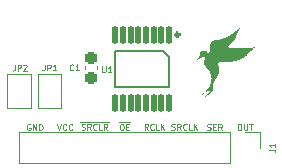
<source format=gto>
G04 #@! TF.GenerationSoftware,KiCad,Pcbnew,(6.0.0)*
G04 #@! TF.CreationDate,2023-12-03T01:04:49-08:00*
G04 #@! TF.ProjectId,8BitSerialDACBoard,38426974-5365-4726-9961-6c444143426f,rev?*
G04 #@! TF.SameCoordinates,Original*
G04 #@! TF.FileFunction,Legend,Top*
G04 #@! TF.FilePolarity,Positive*
%FSLAX46Y46*%
G04 Gerber Fmt 4.6, Leading zero omitted, Abs format (unit mm)*
G04 Created by KiCad (PCBNEW (6.0.0)) date 2023-12-03 01:04:49*
%MOMM*%
%LPD*%
G01*
G04 APERTURE LIST*
G04 Aperture macros list*
%AMRoundRect*
0 Rectangle with rounded corners*
0 $1 Rounding radius*
0 $2 $3 $4 $5 $6 $7 $8 $9 X,Y pos of 4 corners*
0 Add a 4 corners polygon primitive as box body*
4,1,4,$2,$3,$4,$5,$6,$7,$8,$9,$2,$3,0*
0 Add four circle primitives for the rounded corners*
1,1,$1+$1,$2,$3*
1,1,$1+$1,$4,$5*
1,1,$1+$1,$6,$7*
1,1,$1+$1,$8,$9*
0 Add four rect primitives between the rounded corners*
20,1,$1+$1,$2,$3,$4,$5,0*
20,1,$1+$1,$4,$5,$6,$7,0*
20,1,$1+$1,$6,$7,$8,$9,0*
20,1,$1+$1,$8,$9,$2,$3,0*%
%AMFreePoly0*
4,1,6,0.500000,-0.750000,-0.650000,-0.750000,-0.150000,0.000000,-0.650000,0.750000,0.500000,0.750000,0.500000,-0.750000,0.500000,-0.750000,$1*%
%AMFreePoly1*
4,1,6,1.000000,0.000000,0.500000,-0.750000,-0.500000,-0.750000,-0.500000,0.750000,0.500000,0.750000,1.000000,0.000000,1.000000,0.000000,$1*%
G04 Aperture macros list end*
%ADD10C,0.125000*%
%ADD11C,0.100000*%
%ADD12C,0.150000*%
%ADD13C,0.298607*%
%ADD14C,0.120000*%
%ADD15RoundRect,0.112500X-0.112500X0.637500X-0.112500X-0.637500X0.112500X-0.637500X0.112500X0.637500X0*%
%ADD16FreePoly0,90.000000*%
%ADD17FreePoly1,90.000000*%
%ADD18R,1.700000X1.700000*%
%ADD19O,1.700000X1.700000*%
%ADD20RoundRect,0.237500X0.237500X-0.300000X0.237500X0.300000X-0.237500X0.300000X-0.237500X-0.300000X0*%
G04 APERTURE END LIST*
D10*
X148890000Y-99296190D02*
X148985238Y-99296190D01*
X149032857Y-99320000D01*
X149080476Y-99367619D01*
X149104285Y-99462857D01*
X149104285Y-99629523D01*
X149080476Y-99724761D01*
X149032857Y-99772380D01*
X148985238Y-99796190D01*
X148890000Y-99796190D01*
X148842380Y-99772380D01*
X148794761Y-99724761D01*
X148770952Y-99629523D01*
X148770952Y-99462857D01*
X148794761Y-99367619D01*
X148842380Y-99320000D01*
X148890000Y-99296190D01*
X149318571Y-99296190D02*
X149318571Y-99700952D01*
X149342380Y-99748571D01*
X149366190Y-99772380D01*
X149413809Y-99796190D01*
X149509047Y-99796190D01*
X149556666Y-99772380D01*
X149580476Y-99748571D01*
X149604285Y-99700952D01*
X149604285Y-99296190D01*
X149770952Y-99296190D02*
X150056666Y-99296190D01*
X149913809Y-99796190D02*
X149913809Y-99296190D01*
X146200952Y-99782380D02*
X146272380Y-99806190D01*
X146391428Y-99806190D01*
X146439047Y-99782380D01*
X146462857Y-99758571D01*
X146486666Y-99710952D01*
X146486666Y-99663333D01*
X146462857Y-99615714D01*
X146439047Y-99591904D01*
X146391428Y-99568095D01*
X146296190Y-99544285D01*
X146248571Y-99520476D01*
X146224761Y-99496666D01*
X146200952Y-99449047D01*
X146200952Y-99401428D01*
X146224761Y-99353809D01*
X146248571Y-99330000D01*
X146296190Y-99306190D01*
X146415238Y-99306190D01*
X146486666Y-99330000D01*
X146700952Y-99544285D02*
X146867619Y-99544285D01*
X146939047Y-99806190D02*
X146700952Y-99806190D01*
X146700952Y-99306190D01*
X146939047Y-99306190D01*
X147439047Y-99806190D02*
X147272380Y-99568095D01*
X147153333Y-99806190D02*
X147153333Y-99306190D01*
X147343809Y-99306190D01*
X147391428Y-99330000D01*
X147415238Y-99353809D01*
X147439047Y-99401428D01*
X147439047Y-99472857D01*
X147415238Y-99520476D01*
X147391428Y-99544285D01*
X147343809Y-99568095D01*
X147153333Y-99568095D01*
X143174761Y-99772380D02*
X143246190Y-99796190D01*
X143365238Y-99796190D01*
X143412857Y-99772380D01*
X143436666Y-99748571D01*
X143460476Y-99700952D01*
X143460476Y-99653333D01*
X143436666Y-99605714D01*
X143412857Y-99581904D01*
X143365238Y-99558095D01*
X143270000Y-99534285D01*
X143222380Y-99510476D01*
X143198571Y-99486666D01*
X143174761Y-99439047D01*
X143174761Y-99391428D01*
X143198571Y-99343809D01*
X143222380Y-99320000D01*
X143270000Y-99296190D01*
X143389047Y-99296190D01*
X143460476Y-99320000D01*
X143960476Y-99796190D02*
X143793809Y-99558095D01*
X143674761Y-99796190D02*
X143674761Y-99296190D01*
X143865238Y-99296190D01*
X143912857Y-99320000D01*
X143936666Y-99343809D01*
X143960476Y-99391428D01*
X143960476Y-99462857D01*
X143936666Y-99510476D01*
X143912857Y-99534285D01*
X143865238Y-99558095D01*
X143674761Y-99558095D01*
X144460476Y-99748571D02*
X144436666Y-99772380D01*
X144365238Y-99796190D01*
X144317619Y-99796190D01*
X144246190Y-99772380D01*
X144198571Y-99724761D01*
X144174761Y-99677142D01*
X144150952Y-99581904D01*
X144150952Y-99510476D01*
X144174761Y-99415238D01*
X144198571Y-99367619D01*
X144246190Y-99320000D01*
X144317619Y-99296190D01*
X144365238Y-99296190D01*
X144436666Y-99320000D01*
X144460476Y-99343809D01*
X144912857Y-99796190D02*
X144674761Y-99796190D01*
X144674761Y-99296190D01*
X145079523Y-99796190D02*
X145079523Y-99296190D01*
X145365238Y-99796190D02*
X145150952Y-99510476D01*
X145365238Y-99296190D02*
X145079523Y-99581904D01*
X141182380Y-99796190D02*
X141015714Y-99558095D01*
X140896666Y-99796190D02*
X140896666Y-99296190D01*
X141087142Y-99296190D01*
X141134761Y-99320000D01*
X141158571Y-99343809D01*
X141182380Y-99391428D01*
X141182380Y-99462857D01*
X141158571Y-99510476D01*
X141134761Y-99534285D01*
X141087142Y-99558095D01*
X140896666Y-99558095D01*
X141682380Y-99748571D02*
X141658571Y-99772380D01*
X141587142Y-99796190D01*
X141539523Y-99796190D01*
X141468095Y-99772380D01*
X141420476Y-99724761D01*
X141396666Y-99677142D01*
X141372857Y-99581904D01*
X141372857Y-99510476D01*
X141396666Y-99415238D01*
X141420476Y-99367619D01*
X141468095Y-99320000D01*
X141539523Y-99296190D01*
X141587142Y-99296190D01*
X141658571Y-99320000D01*
X141682380Y-99343809D01*
X142134761Y-99796190D02*
X141896666Y-99796190D01*
X141896666Y-99296190D01*
X142301428Y-99796190D02*
X142301428Y-99296190D01*
X142587142Y-99796190D02*
X142372857Y-99510476D01*
X142587142Y-99296190D02*
X142301428Y-99581904D01*
X138701904Y-99165000D02*
X139225714Y-99165000D01*
X138916190Y-99306190D02*
X139011428Y-99306190D01*
X139059047Y-99330000D01*
X139106666Y-99377619D01*
X139130476Y-99472857D01*
X139130476Y-99639523D01*
X139106666Y-99734761D01*
X139059047Y-99782380D01*
X139011428Y-99806190D01*
X138916190Y-99806190D01*
X138868571Y-99782380D01*
X138820952Y-99734761D01*
X138797142Y-99639523D01*
X138797142Y-99472857D01*
X138820952Y-99377619D01*
X138868571Y-99330000D01*
X138916190Y-99306190D01*
X139225714Y-99165000D02*
X139678095Y-99165000D01*
X139344761Y-99544285D02*
X139511428Y-99544285D01*
X139582857Y-99806190D02*
X139344761Y-99806190D01*
X139344761Y-99306190D01*
X139582857Y-99306190D01*
X135469523Y-99155000D02*
X135945714Y-99155000D01*
X135564761Y-99772380D02*
X135636190Y-99796190D01*
X135755238Y-99796190D01*
X135802857Y-99772380D01*
X135826666Y-99748571D01*
X135850476Y-99700952D01*
X135850476Y-99653333D01*
X135826666Y-99605714D01*
X135802857Y-99581904D01*
X135755238Y-99558095D01*
X135660000Y-99534285D01*
X135612380Y-99510476D01*
X135588571Y-99486666D01*
X135564761Y-99439047D01*
X135564761Y-99391428D01*
X135588571Y-99343809D01*
X135612380Y-99320000D01*
X135660000Y-99296190D01*
X135779047Y-99296190D01*
X135850476Y-99320000D01*
X135945714Y-99155000D02*
X136445714Y-99155000D01*
X136350476Y-99796190D02*
X136183809Y-99558095D01*
X136064761Y-99796190D02*
X136064761Y-99296190D01*
X136255238Y-99296190D01*
X136302857Y-99320000D01*
X136326666Y-99343809D01*
X136350476Y-99391428D01*
X136350476Y-99462857D01*
X136326666Y-99510476D01*
X136302857Y-99534285D01*
X136255238Y-99558095D01*
X136064761Y-99558095D01*
X136445714Y-99155000D02*
X136945714Y-99155000D01*
X136850476Y-99748571D02*
X136826666Y-99772380D01*
X136755238Y-99796190D01*
X136707619Y-99796190D01*
X136636190Y-99772380D01*
X136588571Y-99724761D01*
X136564761Y-99677142D01*
X136540952Y-99581904D01*
X136540952Y-99510476D01*
X136564761Y-99415238D01*
X136588571Y-99367619D01*
X136636190Y-99320000D01*
X136707619Y-99296190D01*
X136755238Y-99296190D01*
X136826666Y-99320000D01*
X136850476Y-99343809D01*
X136945714Y-99155000D02*
X137350476Y-99155000D01*
X137302857Y-99796190D02*
X137064761Y-99796190D01*
X137064761Y-99296190D01*
X137350476Y-99155000D02*
X137850476Y-99155000D01*
X137755238Y-99796190D02*
X137588571Y-99558095D01*
X137469523Y-99796190D02*
X137469523Y-99296190D01*
X137660000Y-99296190D01*
X137707619Y-99320000D01*
X137731428Y-99343809D01*
X137755238Y-99391428D01*
X137755238Y-99462857D01*
X137731428Y-99510476D01*
X137707619Y-99534285D01*
X137660000Y-99558095D01*
X137469523Y-99558095D01*
X131219047Y-99340000D02*
X131171428Y-99316190D01*
X131100000Y-99316190D01*
X131028571Y-99340000D01*
X130980952Y-99387619D01*
X130957142Y-99435238D01*
X130933333Y-99530476D01*
X130933333Y-99601904D01*
X130957142Y-99697142D01*
X130980952Y-99744761D01*
X131028571Y-99792380D01*
X131100000Y-99816190D01*
X131147619Y-99816190D01*
X131219047Y-99792380D01*
X131242857Y-99768571D01*
X131242857Y-99601904D01*
X131147619Y-99601904D01*
X131457142Y-99816190D02*
X131457142Y-99316190D01*
X131742857Y-99816190D01*
X131742857Y-99316190D01*
X131980952Y-99816190D02*
X131980952Y-99316190D01*
X132100000Y-99316190D01*
X132171428Y-99340000D01*
X132219047Y-99387619D01*
X132242857Y-99435238D01*
X132266666Y-99530476D01*
X132266666Y-99601904D01*
X132242857Y-99697142D01*
X132219047Y-99744761D01*
X132171428Y-99792380D01*
X132100000Y-99816190D01*
X131980952Y-99816190D01*
X133503333Y-99306190D02*
X133670000Y-99806190D01*
X133836666Y-99306190D01*
X134289047Y-99758571D02*
X134265238Y-99782380D01*
X134193809Y-99806190D01*
X134146190Y-99806190D01*
X134074761Y-99782380D01*
X134027142Y-99734761D01*
X134003333Y-99687142D01*
X133979523Y-99591904D01*
X133979523Y-99520476D01*
X134003333Y-99425238D01*
X134027142Y-99377619D01*
X134074761Y-99330000D01*
X134146190Y-99306190D01*
X134193809Y-99306190D01*
X134265238Y-99330000D01*
X134289047Y-99353809D01*
X134789047Y-99758571D02*
X134765238Y-99782380D01*
X134693809Y-99806190D01*
X134646190Y-99806190D01*
X134574761Y-99782380D01*
X134527142Y-99734761D01*
X134503333Y-99687142D01*
X134479523Y-99591904D01*
X134479523Y-99520476D01*
X134503333Y-99425238D01*
X134527142Y-99377619D01*
X134574761Y-99330000D01*
X134646190Y-99306190D01*
X134693809Y-99306190D01*
X134765238Y-99330000D01*
X134789047Y-99353809D01*
D11*
X137309047Y-94416190D02*
X137309047Y-94820952D01*
X137332857Y-94868571D01*
X137356666Y-94892380D01*
X137404285Y-94916190D01*
X137499523Y-94916190D01*
X137547142Y-94892380D01*
X137570952Y-94868571D01*
X137594761Y-94820952D01*
X137594761Y-94416190D01*
X138094761Y-94916190D02*
X137809047Y-94916190D01*
X137951904Y-94916190D02*
X137951904Y-94416190D01*
X137904285Y-94487619D01*
X137856666Y-94535238D01*
X137809047Y-94559047D01*
D10*
X129918333Y-94276190D02*
X129918333Y-94633333D01*
X129894523Y-94704761D01*
X129846904Y-94752380D01*
X129775476Y-94776190D01*
X129727857Y-94776190D01*
X130156428Y-94776190D02*
X130156428Y-94276190D01*
X130346904Y-94276190D01*
X130394523Y-94300000D01*
X130418333Y-94323809D01*
X130442142Y-94371428D01*
X130442142Y-94442857D01*
X130418333Y-94490476D01*
X130394523Y-94514285D01*
X130346904Y-94538095D01*
X130156428Y-94538095D01*
X130632619Y-94323809D02*
X130656428Y-94300000D01*
X130704047Y-94276190D01*
X130823095Y-94276190D01*
X130870714Y-94300000D01*
X130894523Y-94323809D01*
X130918333Y-94371428D01*
X130918333Y-94419047D01*
X130894523Y-94490476D01*
X130608809Y-94776190D01*
X130918333Y-94776190D01*
X132438333Y-94266190D02*
X132438333Y-94623333D01*
X132414523Y-94694761D01*
X132366904Y-94742380D01*
X132295476Y-94766190D01*
X132247857Y-94766190D01*
X132676428Y-94766190D02*
X132676428Y-94266190D01*
X132866904Y-94266190D01*
X132914523Y-94290000D01*
X132938333Y-94313809D01*
X132962142Y-94361428D01*
X132962142Y-94432857D01*
X132938333Y-94480476D01*
X132914523Y-94504285D01*
X132866904Y-94528095D01*
X132676428Y-94528095D01*
X133438333Y-94766190D02*
X133152619Y-94766190D01*
X133295476Y-94766190D02*
X133295476Y-94266190D01*
X133247857Y-94337619D01*
X133200238Y-94385238D01*
X133152619Y-94409047D01*
X151426190Y-101466666D02*
X151783333Y-101466666D01*
X151854761Y-101490476D01*
X151902380Y-101538095D01*
X151926190Y-101609523D01*
X151926190Y-101657142D01*
X151926190Y-100966666D02*
X151926190Y-101252380D01*
X151926190Y-101109523D02*
X151426190Y-101109523D01*
X151497619Y-101157142D01*
X151545238Y-101204761D01*
X151569047Y-101252380D01*
X134876666Y-94716071D02*
X134852857Y-94739880D01*
X134781428Y-94763690D01*
X134733809Y-94763690D01*
X134662380Y-94739880D01*
X134614761Y-94692261D01*
X134590952Y-94644642D01*
X134567142Y-94549404D01*
X134567142Y-94477976D01*
X134590952Y-94382738D01*
X134614761Y-94335119D01*
X134662380Y-94287500D01*
X134733809Y-94263690D01*
X134781428Y-94263690D01*
X134852857Y-94287500D01*
X134876666Y-94311309D01*
X135352857Y-94763690D02*
X135067142Y-94763690D01*
X135210000Y-94763690D02*
X135210000Y-94263690D01*
X135162380Y-94335119D01*
X135114761Y-94382738D01*
X135067142Y-94406547D01*
G36*
X141617575Y-89225003D02*
G01*
X141617782Y-89227057D01*
X141617575Y-89227311D01*
X141616546Y-89227074D01*
X141616421Y-89226157D01*
X141617054Y-89224733D01*
X141617575Y-89225003D01*
G37*
G36*
X141615436Y-89231888D02*
G01*
X141614070Y-89236219D01*
X141611870Y-89242411D01*
X141609442Y-89248815D01*
X141606804Y-89255406D01*
X141604806Y-89260025D01*
X141603641Y-89262250D01*
X141603505Y-89261665D01*
X141604594Y-89257669D01*
X141606422Y-89252165D01*
X141608678Y-89245955D01*
X141611050Y-89239841D01*
X141613228Y-89234628D01*
X141614900Y-89231116D01*
X141615741Y-89230092D01*
X141615436Y-89231888D01*
G37*
G36*
X146170008Y-96856259D02*
G01*
X146174762Y-96850730D01*
X146180986Y-96843788D01*
X146188366Y-96835789D01*
X146194440Y-96829346D01*
X146223031Y-96798948D01*
X146249159Y-96770429D01*
X146273048Y-96743485D01*
X146294922Y-96717812D01*
X146315004Y-96693104D01*
X146333519Y-96669059D01*
X146350688Y-96645372D01*
X146366737Y-96621739D01*
X146381889Y-96597854D01*
X146396367Y-96573415D01*
X146410394Y-96548116D01*
X146424195Y-96521654D01*
X146431961Y-96506106D01*
X146454763Y-96457210D01*
X146475052Y-96408119D01*
X146490273Y-96365918D01*
X146682854Y-96365918D01*
X146683719Y-96366783D01*
X146684584Y-96365918D01*
X146683719Y-96365052D01*
X146682854Y-96365918D01*
X146490273Y-96365918D01*
X146491522Y-96362456D01*
X146684584Y-96362456D01*
X146685450Y-96363322D01*
X146686315Y-96362456D01*
X146685450Y-96361591D01*
X146684584Y-96362456D01*
X146491522Y-96362456D01*
X146493094Y-96358098D01*
X146509153Y-96306413D01*
X146523494Y-96252328D01*
X146523650Y-96251690D01*
X146527253Y-96236736D01*
X146529962Y-96225083D01*
X146531779Y-96216690D01*
X146532711Y-96211517D01*
X146532764Y-96209522D01*
X146531942Y-96210664D01*
X146530251Y-96214903D01*
X146527696Y-96222197D01*
X146527380Y-96223134D01*
X146515873Y-96254377D01*
X146503165Y-96283078D01*
X146488821Y-96310068D01*
X146472405Y-96336181D01*
X146457289Y-96357264D01*
X146451479Y-96364400D01*
X146443609Y-96373261D01*
X146434230Y-96383294D01*
X146423889Y-96393948D01*
X146413136Y-96404671D01*
X146402520Y-96414912D01*
X146392589Y-96424119D01*
X146383894Y-96431741D01*
X146379978Y-96434945D01*
X146362531Y-96448252D01*
X146344845Y-96460696D01*
X146326322Y-96472644D01*
X146306365Y-96484462D01*
X146284375Y-96496519D01*
X146259756Y-96509180D01*
X146256232Y-96510939D01*
X146220381Y-96529221D01*
X146187011Y-96547220D01*
X146155240Y-96565465D01*
X146124185Y-96584485D01*
X146092963Y-96604810D01*
X146060691Y-96626969D01*
X146049411Y-96634952D01*
X146024316Y-96652834D01*
X146051142Y-96625284D01*
X146085265Y-96588899D01*
X146117330Y-96551868D01*
X146147707Y-96513690D01*
X146176772Y-96473861D01*
X146204895Y-96431881D01*
X146232449Y-96387246D01*
X146249072Y-96358617D01*
X146252913Y-96351701D01*
X146257611Y-96342998D01*
X146262948Y-96332934D01*
X146268706Y-96321937D01*
X146274667Y-96310436D01*
X146280612Y-96298857D01*
X146286324Y-96287629D01*
X146291583Y-96277178D01*
X146296172Y-96267934D01*
X146299872Y-96260322D01*
X146302466Y-96254771D01*
X146303736Y-96251709D01*
X146303827Y-96251312D01*
X146303048Y-96252236D01*
X146300922Y-96255673D01*
X146297759Y-96261098D01*
X146293872Y-96267986D01*
X146293288Y-96269037D01*
X146272369Y-96305526D01*
X146249329Y-96343478D01*
X146224680Y-96382108D01*
X146198933Y-96420633D01*
X146172600Y-96458265D01*
X146149620Y-96489658D01*
X146128776Y-96517095D01*
X146109058Y-96542150D01*
X146089910Y-96565466D01*
X146070779Y-96587687D01*
X146051109Y-96609457D01*
X146030346Y-96631419D01*
X146007934Y-96654218D01*
X146007119Y-96655034D01*
X145997254Y-96664815D01*
X145987502Y-96674309D01*
X145977608Y-96683742D01*
X145967321Y-96693337D01*
X145956387Y-96703318D01*
X145944554Y-96713910D01*
X145931569Y-96725337D01*
X145917178Y-96737823D01*
X145901130Y-96751593D01*
X145883171Y-96766869D01*
X145863049Y-96783878D01*
X145840510Y-96802842D01*
X145839440Y-96803741D01*
X145826544Y-96814651D01*
X145813332Y-96825970D01*
X145800315Y-96837252D01*
X145788001Y-96848051D01*
X145776901Y-96857920D01*
X145767524Y-96866413D01*
X145761247Y-96872256D01*
X145749586Y-96883233D01*
X145738120Y-96893850D01*
X145727096Y-96903893D01*
X145716762Y-96913149D01*
X145707364Y-96921405D01*
X145699149Y-96928446D01*
X145692365Y-96934060D01*
X145687259Y-96938034D01*
X145684076Y-96940153D01*
X145683065Y-96940205D01*
X145683348Y-96939558D01*
X145686155Y-96935328D01*
X145690891Y-96928812D01*
X145697262Y-96920380D01*
X145704975Y-96910399D01*
X145713736Y-96899239D01*
X145723253Y-96887268D01*
X145733231Y-96874855D01*
X145743377Y-96862369D01*
X145753398Y-96850177D01*
X145763000Y-96838650D01*
X145771890Y-96828155D01*
X145773492Y-96826288D01*
X145786114Y-96811809D01*
X145800302Y-96795917D01*
X145816142Y-96778519D01*
X145833722Y-96759523D01*
X145853131Y-96738837D01*
X145874456Y-96716368D01*
X145897784Y-96692026D01*
X145923204Y-96665716D01*
X145950805Y-96637347D01*
X145980672Y-96606826D01*
X146012895Y-96574062D01*
X146034700Y-96551968D01*
X146110852Y-96474904D01*
X146197661Y-96370220D01*
X146215738Y-96348417D01*
X146231756Y-96329084D01*
X146245868Y-96312030D01*
X146258227Y-96297061D01*
X146268984Y-96283986D01*
X146278293Y-96272612D01*
X146286306Y-96262746D01*
X146293176Y-96254197D01*
X146299056Y-96246773D01*
X146304098Y-96240280D01*
X146308455Y-96234526D01*
X146312280Y-96229320D01*
X146315724Y-96224468D01*
X146318942Y-96219779D01*
X146322085Y-96215060D01*
X146325306Y-96210119D01*
X146327795Y-96206260D01*
X146331881Y-96199625D01*
X146534149Y-96199625D01*
X146534467Y-96201869D01*
X146535058Y-96201896D01*
X146535471Y-96199580D01*
X146535194Y-96198579D01*
X146534426Y-96197923D01*
X146534149Y-96199625D01*
X146331881Y-96199625D01*
X146336055Y-96192846D01*
X146535743Y-96192846D01*
X146536608Y-96193711D01*
X146537473Y-96192846D01*
X146536608Y-96191981D01*
X146535743Y-96192846D01*
X146336055Y-96192846D01*
X146366631Y-96143194D01*
X146402137Y-96079878D01*
X146434300Y-96016352D01*
X146463103Y-95952654D01*
X146488534Y-95888823D01*
X146510577Y-95824898D01*
X146529219Y-95760919D01*
X146544444Y-95696923D01*
X146556237Y-95632951D01*
X146564586Y-95569041D01*
X146564598Y-95568923D01*
X146565453Y-95558414D01*
X146566178Y-95545005D01*
X146566771Y-95529251D01*
X146567229Y-95511712D01*
X146567549Y-95492944D01*
X146567729Y-95473506D01*
X146567767Y-95453956D01*
X146567659Y-95434850D01*
X146567403Y-95416747D01*
X146566997Y-95400204D01*
X146566437Y-95385779D01*
X146565722Y-95374031D01*
X146565522Y-95371621D01*
X146558190Y-95305934D01*
X146547941Y-95241401D01*
X146534826Y-95178232D01*
X146518893Y-95116640D01*
X146500190Y-95056835D01*
X146480164Y-95002527D01*
X146474280Y-94988752D01*
X146466674Y-94972571D01*
X146457599Y-94954424D01*
X146447304Y-94934749D01*
X146436042Y-94913984D01*
X146424065Y-94892567D01*
X146411623Y-94870937D01*
X146398970Y-94849533D01*
X146386356Y-94828793D01*
X146374032Y-94809155D01*
X146362252Y-94791058D01*
X146351265Y-94774941D01*
X146342880Y-94763313D01*
X146335962Y-94754209D01*
X146328004Y-94744088D01*
X146318832Y-94732742D01*
X146308271Y-94719959D01*
X146296144Y-94705532D01*
X146282277Y-94689250D01*
X146266494Y-94670905D01*
X146248621Y-94650285D01*
X146241517Y-94642124D01*
X146215805Y-94612458D01*
X146192324Y-94585037D01*
X146170888Y-94559628D01*
X146151311Y-94535999D01*
X146133409Y-94513915D01*
X146116994Y-94493145D01*
X146101882Y-94473455D01*
X146087886Y-94454612D01*
X146074820Y-94436384D01*
X146062500Y-94418537D01*
X146058641Y-94412804D01*
X146035530Y-94376807D01*
X146015309Y-94342117D01*
X145997847Y-94308358D01*
X145983009Y-94275153D01*
X145970663Y-94242124D01*
X145960676Y-94208895D01*
X145952915Y-94175087D01*
X145947248Y-94140325D01*
X145943540Y-94104231D01*
X145942240Y-94082636D01*
X145941780Y-94037016D01*
X145944506Y-93990299D01*
X145950380Y-93942656D01*
X145959367Y-93894259D01*
X145971431Y-93845279D01*
X145986535Y-93795887D01*
X146004646Y-93746256D01*
X146020633Y-93707946D01*
X146031882Y-93682395D01*
X146025503Y-93679671D01*
X145990036Y-93666304D01*
X145954131Y-93656283D01*
X145917938Y-93649631D01*
X145881605Y-93646374D01*
X145845282Y-93646535D01*
X145827630Y-93647859D01*
X145814232Y-93649474D01*
X145800206Y-93651686D01*
X145786351Y-93654329D01*
X145773462Y-93657235D01*
X145762336Y-93660237D01*
X145753771Y-93663168D01*
X145752959Y-93663505D01*
X145745991Y-93666315D01*
X145739217Y-93668798D01*
X145734320Y-93670353D01*
X145731166Y-93671584D01*
X145727538Y-93673866D01*
X145723020Y-93677549D01*
X145717194Y-93682986D01*
X145709644Y-93690526D01*
X145706262Y-93693989D01*
X145686762Y-93713219D01*
X145668004Y-93729929D01*
X145649265Y-93744732D01*
X145633174Y-93756034D01*
X145623860Y-93762109D01*
X145614907Y-93767636D01*
X145605907Y-93772805D01*
X145596455Y-93777808D01*
X145586143Y-93782837D01*
X145574565Y-93788082D01*
X145561314Y-93793736D01*
X145545985Y-93799989D01*
X145528171Y-93807034D01*
X145509428Y-93814305D01*
X145483317Y-93824667D01*
X145460388Y-93834409D01*
X145440434Y-93843628D01*
X145423249Y-93852418D01*
X145408627Y-93860874D01*
X145408181Y-93861151D01*
X145382919Y-93878764D01*
X145360108Y-93898621D01*
X145339558Y-93920924D01*
X145321076Y-93945875D01*
X145309098Y-93965319D01*
X145305038Y-93972330D01*
X145301673Y-93977953D01*
X145299320Y-93981670D01*
X145298299Y-93982964D01*
X145298280Y-93982917D01*
X145298917Y-93980937D01*
X145300675Y-93976342D01*
X145303327Y-93969706D01*
X145306645Y-93961601D01*
X145308897Y-93956185D01*
X145340548Y-93884913D01*
X145375096Y-93815533D01*
X145412550Y-93748032D01*
X145452920Y-93682394D01*
X145496212Y-93618606D01*
X145542438Y-93556653D01*
X145574385Y-93516969D01*
X145592086Y-93495622D01*
X145593283Y-93482851D01*
X145593491Y-93468933D01*
X145591818Y-93457195D01*
X145587232Y-93426787D01*
X145585758Y-93395561D01*
X145587359Y-93364136D01*
X145591997Y-93333132D01*
X145599635Y-93303168D01*
X145601323Y-93297941D01*
X145612984Y-93268375D01*
X145627583Y-93240439D01*
X145644914Y-93214313D01*
X145664773Y-93190175D01*
X145686954Y-93168206D01*
X145711253Y-93148585D01*
X145737464Y-93131491D01*
X145765382Y-93117103D01*
X145794803Y-93105602D01*
X145825521Y-93097166D01*
X145832416Y-93095742D01*
X145841192Y-93094299D01*
X145852184Y-93092882D01*
X145864149Y-93091631D01*
X145875844Y-93090686D01*
X145878936Y-93090493D01*
X145890029Y-93089845D01*
X145901463Y-93089157D01*
X145912098Y-93088500D01*
X145920796Y-93087942D01*
X145923069Y-93087791D01*
X145936454Y-93087459D01*
X145952122Y-93088017D01*
X145969034Y-93089381D01*
X145986153Y-93091469D01*
X146002017Y-93094115D01*
X146024449Y-93099374D01*
X146047269Y-93106458D01*
X146069870Y-93115083D01*
X146091649Y-93124968D01*
X146112001Y-93135828D01*
X146130321Y-93147383D01*
X146146006Y-93159348D01*
X146150965Y-93163771D01*
X146158565Y-93171349D01*
X146165422Y-93179308D01*
X146171835Y-93188133D01*
X146178105Y-93198312D01*
X146184531Y-93210331D01*
X146191414Y-93224677D01*
X146199001Y-93241716D01*
X146208509Y-93261716D01*
X146218510Y-93278715D01*
X146229381Y-93293174D01*
X146241503Y-93305552D01*
X146255253Y-93316309D01*
X146266041Y-93323115D01*
X146270296Y-93325453D01*
X146273759Y-93326721D01*
X146277590Y-93327083D01*
X146282950Y-93326702D01*
X146287675Y-93326149D01*
X146296217Y-93324715D01*
X146305273Y-93322589D01*
X146312434Y-93320382D01*
X146317566Y-93318323D01*
X146321771Y-93316038D01*
X146325804Y-93312936D01*
X146330415Y-93308427D01*
X146336357Y-93301917D01*
X146337387Y-93300757D01*
X146362638Y-93269938D01*
X146385236Y-93237544D01*
X146405021Y-93203875D01*
X146421834Y-93169230D01*
X146435516Y-93133908D01*
X146445908Y-93098209D01*
X146446502Y-93095728D01*
X146450000Y-93080000D01*
X146452660Y-93065641D01*
X146454581Y-93051740D01*
X146455858Y-93037388D01*
X146456587Y-93021674D01*
X146456866Y-93003687D01*
X146456877Y-92997943D01*
X146456844Y-92986940D01*
X146456729Y-92977171D01*
X146456489Y-92968173D01*
X146456083Y-92959481D01*
X146455467Y-92950634D01*
X146454598Y-92941167D01*
X146453434Y-92930616D01*
X146451931Y-92918519D01*
X146450048Y-92904411D01*
X146447741Y-92887829D01*
X146444967Y-92868310D01*
X146444819Y-92867274D01*
X146442063Y-92847945D01*
X146439763Y-92831583D01*
X146437878Y-92817728D01*
X146436367Y-92805921D01*
X146435189Y-92795702D01*
X146434305Y-92786612D01*
X146433672Y-92778193D01*
X146433251Y-92769984D01*
X146433001Y-92761527D01*
X146432881Y-92752362D01*
X146432850Y-92742029D01*
X146432864Y-92732278D01*
X146432973Y-92715574D01*
X146433239Y-92701810D01*
X146433684Y-92690466D01*
X146434335Y-92681023D01*
X146435215Y-92672962D01*
X146435857Y-92668611D01*
X146444750Y-92624596D01*
X146456935Y-92581552D01*
X146472343Y-92539607D01*
X146490909Y-92498891D01*
X146512566Y-92459531D01*
X146537246Y-92421655D01*
X146564885Y-92385393D01*
X146595414Y-92350873D01*
X146606654Y-92339342D01*
X146637716Y-92310330D01*
X146669618Y-92284648D01*
X146702442Y-92262245D01*
X146736272Y-92243073D01*
X146771191Y-92227082D01*
X146807284Y-92214223D01*
X146829874Y-92207906D01*
X146846068Y-92204128D01*
X146863256Y-92200730D01*
X146881802Y-92197666D01*
X146902073Y-92194889D01*
X146924435Y-92192352D01*
X146949253Y-92190009D01*
X146976893Y-92187813D01*
X146999575Y-92186241D01*
X147025501Y-92184493D01*
X147048396Y-92182830D01*
X147068687Y-92181191D01*
X147086799Y-92179518D01*
X147103162Y-92177751D01*
X147118200Y-92175832D01*
X147132342Y-92173700D01*
X147146013Y-92171297D01*
X147159642Y-92168562D01*
X147173655Y-92165438D01*
X147188479Y-92161864D01*
X147204541Y-92157781D01*
X147204665Y-92157749D01*
X147227069Y-92151723D01*
X147252275Y-92144550D01*
X147279873Y-92136364D01*
X147309449Y-92127305D01*
X147340593Y-92117507D01*
X147372892Y-92107109D01*
X147405936Y-92096247D01*
X147439313Y-92085058D01*
X147472610Y-92073680D01*
X147505417Y-92062248D01*
X147537322Y-92050900D01*
X147567912Y-92039774D01*
X147596778Y-92029005D01*
X147623506Y-92018730D01*
X147628825Y-92016642D01*
X147707574Y-91984168D01*
X147787285Y-91948465D01*
X147867859Y-91909598D01*
X147949197Y-91867633D01*
X148031198Y-91822635D01*
X148113763Y-91774670D01*
X148196792Y-91723802D01*
X148280186Y-91670098D01*
X148363844Y-91613621D01*
X148447668Y-91554439D01*
X148531557Y-91492616D01*
X148615412Y-91428218D01*
X148699133Y-91361309D01*
X148782620Y-91291956D01*
X148865774Y-91220224D01*
X148927593Y-91165144D01*
X148935258Y-91158288D01*
X148941700Y-91152658D01*
X148946619Y-91148504D01*
X148949713Y-91146079D01*
X148950680Y-91145634D01*
X148950387Y-91146091D01*
X148946759Y-91150436D01*
X148941019Y-91156919D01*
X148933478Y-91165209D01*
X148924450Y-91174978D01*
X148914248Y-91185894D01*
X148903185Y-91197627D01*
X148891575Y-91209847D01*
X148879730Y-91222223D01*
X148867964Y-91234426D01*
X148856590Y-91246124D01*
X148845921Y-91256989D01*
X148836270Y-91266689D01*
X148832140Y-91270786D01*
X148812980Y-91289419D01*
X148795517Y-91305778D01*
X148779267Y-91320275D01*
X148763745Y-91333325D01*
X148748466Y-91345341D01*
X148732947Y-91356736D01*
X148724497Y-91362638D01*
X148693773Y-91384115D01*
X148665940Y-91404365D01*
X148640752Y-91423623D01*
X148617962Y-91442122D01*
X148597323Y-91460098D01*
X148578587Y-91477784D01*
X148561509Y-91495415D01*
X148545842Y-91513225D01*
X148531338Y-91531447D01*
X148517751Y-91550318D01*
X148504834Y-91570070D01*
X148503202Y-91572697D01*
X148498968Y-91579457D01*
X148495475Y-91585022D01*
X148492649Y-91589797D01*
X148490420Y-91594187D01*
X148488715Y-91598598D01*
X148487463Y-91603434D01*
X148486592Y-91609100D01*
X148486030Y-91616002D01*
X148485704Y-91624545D01*
X148485544Y-91635133D01*
X148485477Y-91648172D01*
X148485432Y-91664067D01*
X148485396Y-91673070D01*
X148485225Y-91695406D01*
X148484910Y-91714935D01*
X148484403Y-91732310D01*
X148483656Y-91748185D01*
X148482620Y-91763212D01*
X148481247Y-91778045D01*
X148479488Y-91793337D01*
X148477296Y-91809742D01*
X148474621Y-91827912D01*
X148473279Y-91836632D01*
X148462419Y-91896308D01*
X148448401Y-91956313D01*
X148431392Y-92016158D01*
X148411561Y-92075349D01*
X148389075Y-92133397D01*
X148364102Y-92189809D01*
X148336810Y-92244095D01*
X148329319Y-92257864D01*
X148317957Y-92277873D01*
X148305311Y-92299195D01*
X148291850Y-92321094D01*
X148278043Y-92342831D01*
X148264357Y-92363670D01*
X148251260Y-92382875D01*
X148239248Y-92399670D01*
X148235191Y-92405474D01*
X148232182Y-92410360D01*
X148230655Y-92413595D01*
X148230574Y-92414340D01*
X148231824Y-92414020D01*
X148234708Y-92411054D01*
X148239029Y-92405734D01*
X148244588Y-92398352D01*
X148251186Y-92389198D01*
X148258627Y-92378564D01*
X148266711Y-92366741D01*
X148275240Y-92354020D01*
X148284017Y-92340693D01*
X148292843Y-92327050D01*
X148301520Y-92313383D01*
X148309849Y-92299984D01*
X148317633Y-92287143D01*
X148321021Y-92281426D01*
X148328102Y-92269039D01*
X148336206Y-92254288D01*
X148344969Y-92237881D01*
X148354027Y-92220527D01*
X148363017Y-92202935D01*
X148371574Y-92185814D01*
X148379335Y-92169871D01*
X148385935Y-92155816D01*
X148389021Y-92148963D01*
X148413083Y-92090492D01*
X148434028Y-92031354D01*
X148451791Y-91971784D01*
X148466308Y-91912016D01*
X148477516Y-91852283D01*
X148484454Y-91801152D01*
X148486506Y-91781796D01*
X148488139Y-91764045D01*
X148489394Y-91747097D01*
X148490311Y-91730153D01*
X148490931Y-91712412D01*
X148491295Y-91693074D01*
X148491444Y-91671339D01*
X148491453Y-91663625D01*
X148491453Y-91607225D01*
X148497347Y-91595586D01*
X148515483Y-91563515D01*
X148536741Y-91532686D01*
X148560914Y-91503385D01*
X148571818Y-91491675D01*
X148585019Y-91478311D01*
X148597986Y-91465905D01*
X148611168Y-91454098D01*
X148625016Y-91442530D01*
X148639976Y-91430843D01*
X148656499Y-91418677D01*
X148675034Y-91405675D01*
X148696028Y-91391477D01*
X148702600Y-91387111D01*
X148723682Y-91372905D01*
X148742739Y-91359473D01*
X148760341Y-91346342D01*
X148777060Y-91333037D01*
X148793464Y-91319082D01*
X148810125Y-91304004D01*
X148827613Y-91287326D01*
X148846500Y-91268576D01*
X148853200Y-91261787D01*
X148868255Y-91246310D01*
X148881794Y-91232012D01*
X148894413Y-91218216D01*
X148906707Y-91204247D01*
X148919272Y-91189430D01*
X148932703Y-91173089D01*
X148946302Y-91156172D01*
X148953210Y-91147554D01*
X148959366Y-91139960D01*
X148964456Y-91133769D01*
X148968166Y-91129362D01*
X148970182Y-91127119D01*
X148970452Y-91126917D01*
X148969849Y-91128529D01*
X148967918Y-91132842D01*
X148964850Y-91139444D01*
X148960838Y-91147928D01*
X148956073Y-91157883D01*
X148950825Y-91168743D01*
X148921498Y-91229846D01*
X148891459Y-91293777D01*
X148860938Y-91360035D01*
X148830162Y-91428114D01*
X148799358Y-91497513D01*
X148768755Y-91567728D01*
X148745996Y-91620800D01*
X148736815Y-91642401D01*
X148728789Y-91661387D01*
X148721695Y-91678315D01*
X148715309Y-91693746D01*
X148709406Y-91708237D01*
X148703762Y-91722347D01*
X148698154Y-91736636D01*
X148692357Y-91751662D01*
X148686147Y-91767984D01*
X148679301Y-91786160D01*
X148673804Y-91800835D01*
X148664035Y-91826427D01*
X148654607Y-91849930D01*
X148645130Y-91872213D01*
X148635214Y-91894148D01*
X148624466Y-91916605D01*
X148612498Y-91940457D01*
X148602831Y-91959124D01*
X148561639Y-92034537D01*
X148518172Y-92107659D01*
X148472243Y-92178758D01*
X148423663Y-92248105D01*
X148372244Y-92315969D01*
X148317796Y-92382621D01*
X148264284Y-92443748D01*
X148254551Y-92454629D01*
X148246962Y-92463401D01*
X148241232Y-92470422D01*
X148237078Y-92476054D01*
X148234220Y-92480656D01*
X148232553Y-92484132D01*
X148224775Y-92499157D01*
X148214461Y-92512019D01*
X148201416Y-92522926D01*
X148189443Y-92530095D01*
X148184002Y-92533140D01*
X148178595Y-92536698D01*
X148172727Y-92541164D01*
X148165906Y-92546938D01*
X148157637Y-92554415D01*
X148147905Y-92563540D01*
X148136620Y-92574217D01*
X148127439Y-92582840D01*
X148119972Y-92589753D01*
X148113828Y-92595300D01*
X148108613Y-92599825D01*
X148103938Y-92603673D01*
X148099411Y-92607186D01*
X148094640Y-92610709D01*
X148092301Y-92612395D01*
X148086608Y-92616828D01*
X148079295Y-92623038D01*
X148071156Y-92630321D01*
X148062989Y-92637975D01*
X148059829Y-92641046D01*
X148047970Y-92652080D01*
X148034446Y-92663626D01*
X148020628Y-92674533D01*
X148015051Y-92678657D01*
X148005626Y-92685473D01*
X147995875Y-92692533D01*
X147986683Y-92699195D01*
X147978938Y-92704816D01*
X147975699Y-92707171D01*
X147967960Y-92712704D01*
X147958657Y-92719204D01*
X147949126Y-92725747D01*
X147942815Y-92730000D01*
X147933959Y-92735914D01*
X147923569Y-92742857D01*
X147912990Y-92749933D01*
X147904216Y-92755806D01*
X147896007Y-92761280D01*
X147888049Y-92766544D01*
X147881165Y-92771057D01*
X147876179Y-92774276D01*
X147875540Y-92774680D01*
X147871826Y-92777324D01*
X147867126Y-92781092D01*
X147862031Y-92785448D01*
X147857137Y-92789855D01*
X147853036Y-92793775D01*
X147850322Y-92796673D01*
X147849588Y-92798011D01*
X147849710Y-92798045D01*
X147851584Y-92798302D01*
X147856378Y-92799024D01*
X147863590Y-92800132D01*
X147872722Y-92801549D01*
X147883271Y-92803199D01*
X147888453Y-92804014D01*
X147933664Y-92810981D01*
X147975894Y-92817167D01*
X148015523Y-92822610D01*
X148052931Y-92827348D01*
X148088501Y-92831421D01*
X148122614Y-92834867D01*
X148155649Y-92837725D01*
X148187989Y-92840033D01*
X148220014Y-92841829D01*
X148252105Y-92843154D01*
X148282901Y-92844007D01*
X148300304Y-92844454D01*
X148315158Y-92845020D01*
X148328371Y-92845769D01*
X148340857Y-92846763D01*
X148353526Y-92848067D01*
X148367288Y-92849742D01*
X148369437Y-92850021D01*
X148460659Y-92861275D01*
X148549614Y-92870892D01*
X148637057Y-92878920D01*
X148723743Y-92885411D01*
X148810427Y-92890411D01*
X148897864Y-92893972D01*
X148986810Y-92896141D01*
X149078021Y-92896969D01*
X149089415Y-92896980D01*
X149147949Y-92896760D01*
X149203815Y-92896060D01*
X149257776Y-92894849D01*
X149310596Y-92893097D01*
X149363039Y-92890775D01*
X149415868Y-92887851D01*
X149469848Y-92884296D01*
X149525741Y-92880079D01*
X149535075Y-92879328D01*
X149574942Y-92875899D01*
X149616723Y-92871945D01*
X149659734Y-92867544D01*
X149703289Y-92862777D01*
X149746705Y-92857722D01*
X149789295Y-92852458D01*
X149830376Y-92847066D01*
X149869262Y-92841625D01*
X149900007Y-92837031D01*
X149909516Y-92835576D01*
X149917802Y-92834334D01*
X149924272Y-92833391D01*
X149928334Y-92832835D01*
X149929429Y-92832722D01*
X149928165Y-92833196D01*
X149924018Y-92834493D01*
X149917429Y-92836481D01*
X149908842Y-92839025D01*
X149898700Y-92841995D01*
X149891603Y-92844056D01*
X149861850Y-92852959D01*
X149830565Y-92862855D01*
X149798939Y-92873348D01*
X149768168Y-92884039D01*
X149739444Y-92894532D01*
X149735838Y-92895892D01*
X149723460Y-92900650D01*
X149710332Y-92905814D01*
X149696861Y-92911215D01*
X149683453Y-92916680D01*
X149670517Y-92922039D01*
X149658460Y-92927120D01*
X149647689Y-92931751D01*
X149638611Y-92935763D01*
X149631634Y-92938982D01*
X149627166Y-92941239D01*
X149625703Y-92942199D01*
X149624533Y-92944482D01*
X149622543Y-92949472D01*
X149619953Y-92956572D01*
X149616981Y-92965188D01*
X149614733Y-92971982D01*
X149597957Y-93019580D01*
X149578393Y-93068013D01*
X149556370Y-93116649D01*
X149532216Y-93164852D01*
X149506261Y-93211989D01*
X149478832Y-93257425D01*
X149450259Y-93300526D01*
X149429817Y-93328881D01*
X149392044Y-93376824D01*
X149351009Y-93424009D01*
X149306850Y-93470330D01*
X149259705Y-93515679D01*
X149209712Y-93559951D01*
X149157008Y-93603037D01*
X149101732Y-93644831D01*
X149044022Y-93685226D01*
X148984016Y-93724116D01*
X148921851Y-93761393D01*
X148857665Y-93796950D01*
X148791596Y-93830682D01*
X148767204Y-93842439D01*
X148699500Y-93873452D01*
X148632314Y-93901933D01*
X148564707Y-93928246D01*
X148495740Y-93952755D01*
X148424477Y-93975823D01*
X148419628Y-93977317D01*
X148405782Y-93981569D01*
X148417897Y-93981695D01*
X148432501Y-93981444D01*
X148449618Y-93980481D01*
X148468394Y-93978900D01*
X148487977Y-93976792D01*
X148507512Y-93974253D01*
X148526147Y-93971373D01*
X148543029Y-93968248D01*
X148545105Y-93967817D01*
X148552266Y-93966220D01*
X148560724Y-93964198D01*
X148569891Y-93961908D01*
X148579179Y-93959505D01*
X148588000Y-93957148D01*
X148595766Y-93954993D01*
X148601888Y-93953196D01*
X148605780Y-93951916D01*
X148606882Y-93951328D01*
X148605076Y-93951435D01*
X148600523Y-93952121D01*
X148593869Y-93953278D01*
X148585760Y-93954798D01*
X148583937Y-93955152D01*
X148572180Y-93957370D01*
X148558976Y-93959719D01*
X148544754Y-93962137D01*
X148529946Y-93964558D01*
X148514984Y-93966920D01*
X148500298Y-93969157D01*
X148486320Y-93971205D01*
X148473481Y-93973001D01*
X148462213Y-93974480D01*
X148452945Y-93975578D01*
X148446110Y-93976231D01*
X148442140Y-93976375D01*
X148441617Y-93976319D01*
X148442305Y-93975726D01*
X148445878Y-93974396D01*
X148451874Y-93972477D01*
X148459832Y-93970116D01*
X148469290Y-93967460D01*
X148469602Y-93967375D01*
X148529551Y-93949837D01*
X148610872Y-93949837D01*
X148611737Y-93950702D01*
X148612603Y-93949837D01*
X148611737Y-93948972D01*
X148610872Y-93949837D01*
X148529551Y-93949837D01*
X148546882Y-93944767D01*
X148622555Y-93919671D01*
X148696475Y-93892155D01*
X148768496Y-93862292D01*
X148838472Y-93830151D01*
X148906259Y-93795803D01*
X148971709Y-93759318D01*
X149034678Y-93720767D01*
X149095019Y-93680220D01*
X149152587Y-93637748D01*
X149154570Y-93636211D01*
X149209928Y-93591215D01*
X149262335Y-93544429D01*
X149311785Y-93495861D01*
X149358273Y-93445521D01*
X149401793Y-93393415D01*
X149442338Y-93339554D01*
X149479903Y-93283944D01*
X149514481Y-93226594D01*
X149546067Y-93167512D01*
X149574654Y-93106708D01*
X149600237Y-93044188D01*
X149618254Y-92993784D01*
X149631953Y-92952944D01*
X149660098Y-92940327D01*
X149735516Y-92908313D01*
X149812564Y-92879120D01*
X149890833Y-92852881D01*
X149969914Y-92829724D01*
X150049399Y-92809781D01*
X150112269Y-92796370D01*
X150126605Y-92793553D01*
X150138208Y-92791282D01*
X150147738Y-92789440D01*
X150155860Y-92787909D01*
X150163237Y-92786571D01*
X150170530Y-92785308D01*
X150178403Y-92784002D01*
X150187518Y-92782535D01*
X150198538Y-92780790D01*
X150210015Y-92778980D01*
X150222253Y-92777027D01*
X150233610Y-92775169D01*
X150243559Y-92773495D01*
X150251574Y-92772096D01*
X150257126Y-92771062D01*
X150259470Y-92770549D01*
X150264989Y-92769825D01*
X150270963Y-92770108D01*
X150271185Y-92770144D01*
X150277539Y-92771219D01*
X150251694Y-92790024D01*
X150181131Y-92843398D01*
X150111806Y-92899917D01*
X150043870Y-92959438D01*
X149977475Y-93021821D01*
X149912771Y-93086924D01*
X149849912Y-93154603D01*
X149796383Y-93216013D01*
X149782278Y-93232558D01*
X149768927Y-93247933D01*
X149755898Y-93262602D01*
X149742760Y-93277029D01*
X149729082Y-93291678D01*
X149714432Y-93307012D01*
X149698379Y-93323496D01*
X149680492Y-93341594D01*
X149668423Y-93353697D01*
X149609009Y-93411388D01*
X149549205Y-93465955D01*
X149488603Y-93517735D01*
X149426794Y-93567065D01*
X149363367Y-93614283D01*
X149297915Y-93659725D01*
X149293640Y-93662586D01*
X149228299Y-93704614D01*
X149163034Y-93743341D01*
X149097530Y-93778906D01*
X149031476Y-93811447D01*
X148964555Y-93841104D01*
X148896455Y-93868015D01*
X148826862Y-93892319D01*
X148755463Y-93914154D01*
X148681942Y-93933659D01*
X148678370Y-93934535D01*
X148664208Y-93938093D01*
X148649291Y-93942008D01*
X148634515Y-93946034D01*
X148620775Y-93949925D01*
X148608966Y-93953434D01*
X148603084Y-93955284D01*
X148516769Y-93981477D01*
X148429112Y-94004546D01*
X148340313Y-94024467D01*
X148250570Y-94041216D01*
X148160085Y-94054768D01*
X148069055Y-94065100D01*
X147977681Y-94072186D01*
X147886163Y-94076002D01*
X147794699Y-94076525D01*
X147703490Y-94073729D01*
X147655516Y-94070906D01*
X147593905Y-94065894D01*
X147531025Y-94059279D01*
X147468565Y-94051252D01*
X147427480Y-94045131D01*
X147389684Y-94039167D01*
X147368592Y-94043291D01*
X147324059Y-94053719D01*
X147280228Y-94067398D01*
X147237525Y-94084172D01*
X147196375Y-94103885D01*
X147182204Y-94111570D01*
X147171717Y-94117617D01*
X147160441Y-94124423D01*
X147149030Y-94131565D01*
X147138135Y-94138623D01*
X147128409Y-94145175D01*
X147120505Y-94150800D01*
X147115787Y-94154468D01*
X147109984Y-94159315D01*
X147115338Y-94167938D01*
X147122874Y-94183217D01*
X147127445Y-94200087D01*
X147128850Y-94211854D01*
X147129547Y-94218871D01*
X147130797Y-94226021D01*
X147132794Y-94234097D01*
X147135732Y-94243894D01*
X147139205Y-94254443D01*
X147159258Y-94319126D01*
X147175893Y-94384292D01*
X147189109Y-94449867D01*
X147198904Y-94515777D01*
X147205277Y-94581947D01*
X147208225Y-94648303D01*
X147207747Y-94714771D01*
X147203842Y-94781276D01*
X147196508Y-94847744D01*
X147185743Y-94914100D01*
X147171546Y-94980269D01*
X147156162Y-95038458D01*
X147142345Y-95083756D01*
X147127424Y-95127325D01*
X147115948Y-95157877D01*
X147113406Y-95164309D01*
X147110969Y-95170158D01*
X147108430Y-95175790D01*
X147105586Y-95181573D01*
X147102230Y-95187870D01*
X147098158Y-95195048D01*
X147093166Y-95203472D01*
X147087047Y-95213508D01*
X147079597Y-95225522D01*
X147070611Y-95239880D01*
X147064660Y-95249352D01*
X147038923Y-95290334D01*
X147014984Y-95328551D01*
X146992759Y-95364141D01*
X146972164Y-95397244D01*
X146953116Y-95427998D01*
X146935529Y-95456542D01*
X146919320Y-95483016D01*
X146904404Y-95507558D01*
X146890697Y-95530307D01*
X146878115Y-95551403D01*
X146866574Y-95570984D01*
X146855990Y-95589190D01*
X146846278Y-95606158D01*
X146837353Y-95622029D01*
X146829133Y-95636942D01*
X146823207Y-95647902D01*
X146795813Y-95702108D01*
X146771775Y-95756327D01*
X146750997Y-95810874D01*
X146733388Y-95866063D01*
X146718854Y-95922206D01*
X146707301Y-95979618D01*
X146698637Y-96038613D01*
X146694223Y-96081215D01*
X146692541Y-96104294D01*
X146691303Y-96129087D01*
X146690527Y-96154610D01*
X146690231Y-96179879D01*
X146690435Y-96203910D01*
X146691157Y-96225719D01*
X146691383Y-96230056D01*
X146692440Y-96249176D01*
X146693278Y-96265278D01*
X146693904Y-96278801D01*
X146694323Y-96290182D01*
X146694538Y-96299858D01*
X146694556Y-96308267D01*
X146694382Y-96315846D01*
X146694020Y-96323032D01*
X146693475Y-96330264D01*
X146692753Y-96337977D01*
X146692635Y-96339150D01*
X146687853Y-96370105D01*
X146679776Y-96401578D01*
X146668493Y-96433381D01*
X146654097Y-96465324D01*
X146636680Y-96497221D01*
X146616334Y-96528881D01*
X146593150Y-96560118D01*
X146573250Y-96583960D01*
X146527112Y-96634477D01*
X146479635Y-96682329D01*
X146430989Y-96727363D01*
X146381345Y-96769428D01*
X146330874Y-96808373D01*
X146279748Y-96844047D01*
X146277866Y-96845289D01*
X146266328Y-96852882D01*
X146253719Y-96861169D01*
X146241039Y-96869494D01*
X146229292Y-96877198D01*
X146219887Y-96883356D01*
X146210255Y-96889817D01*
X146198479Y-96897982D01*
X146184912Y-96907585D01*
X146169911Y-96918362D01*
X146153832Y-96930046D01*
X146137030Y-96942373D01*
X146119862Y-96955077D01*
X146102683Y-96967893D01*
X146085848Y-96980556D01*
X146069714Y-96992799D01*
X146054637Y-97004358D01*
X146040971Y-97014968D01*
X146029073Y-97024362D01*
X146019299Y-97032276D01*
X146012201Y-97038272D01*
X146004989Y-97044308D01*
X145997265Y-97050316D01*
X145989496Y-97055988D01*
X145982151Y-97061013D01*
X145975696Y-97065081D01*
X145970600Y-97067884D01*
X145967331Y-97069110D01*
X145966337Y-97068640D01*
X145967416Y-97066961D01*
X145970434Y-97063062D01*
X145975060Y-97057339D01*
X145980963Y-97050186D01*
X145987811Y-97041997D01*
X145995275Y-97033167D01*
X146003023Y-97024090D01*
X146010724Y-97015161D01*
X146018047Y-97006775D01*
X146021541Y-97002821D01*
X146033628Y-96989532D01*
X146047265Y-96975097D01*
X146062020Y-96959934D01*
X146077462Y-96944459D01*
X146093160Y-96929091D01*
X146108683Y-96914248D01*
X146123598Y-96900346D01*
X146137476Y-96887805D01*
X146149885Y-96877040D01*
X146159753Y-96868972D01*
X146163662Y-96865518D01*
X146165923Y-96862751D01*
X146166158Y-96861645D01*
X146166248Y-96861478D01*
X146167819Y-96861478D01*
X146167965Y-96861441D01*
X146169832Y-96860279D01*
X146174006Y-96857361D01*
X146180029Y-96853016D01*
X146187445Y-96847576D01*
X146195798Y-96841368D01*
X146196522Y-96840827D01*
X146204051Y-96835296D01*
X146213951Y-96828182D01*
X146225726Y-96819833D01*
X146238875Y-96810600D01*
X146252901Y-96800833D01*
X146267305Y-96790881D01*
X146281588Y-96781095D01*
X146283923Y-96779503D01*
X146306459Y-96764121D01*
X146326396Y-96750431D01*
X146344030Y-96738223D01*
X146359653Y-96727289D01*
X146373561Y-96717419D01*
X146386048Y-96708404D01*
X146397409Y-96700036D01*
X146407938Y-96692105D01*
X146417929Y-96684402D01*
X146418424Y-96684016D01*
X146459682Y-96650244D01*
X146497870Y-96615671D01*
X146533357Y-96579902D01*
X146566511Y-96542544D01*
X146597699Y-96503202D01*
X146627290Y-96461481D01*
X146630430Y-96456780D01*
X146635991Y-96448245D01*
X146642096Y-96438601D01*
X146648506Y-96428253D01*
X146654984Y-96417603D01*
X146661294Y-96407056D01*
X146667198Y-96397014D01*
X146672460Y-96387882D01*
X146676841Y-96380062D01*
X146680104Y-96373959D01*
X146682013Y-96369975D01*
X146682331Y-96368514D01*
X146682318Y-96368514D01*
X146681153Y-96369879D01*
X146678619Y-96373538D01*
X146675161Y-96378836D01*
X146673204Y-96381927D01*
X146644252Y-96426209D01*
X146614584Y-96467714D01*
X146583663Y-96507118D01*
X146550951Y-96545101D01*
X146515910Y-96582342D01*
X146508127Y-96590210D01*
X146492231Y-96605992D01*
X146477395Y-96620352D01*
X146463234Y-96633602D01*
X146449366Y-96646052D01*
X146435404Y-96658012D01*
X146420965Y-96669792D01*
X146405665Y-96681703D01*
X146389119Y-96694054D01*
X146370943Y-96707157D01*
X146350753Y-96721322D01*
X146328164Y-96736859D01*
X146317672Y-96744001D01*
X146305501Y-96752314D01*
X146293206Y-96760797D01*
X146281372Y-96769041D01*
X146270586Y-96776634D01*
X146261435Y-96783165D01*
X146254506Y-96788223D01*
X146253891Y-96788682D01*
X146245608Y-96794999D01*
X146236456Y-96802177D01*
X146226756Y-96809945D01*
X146216829Y-96818029D01*
X146206998Y-96826159D01*
X146197582Y-96834062D01*
X146188904Y-96841466D01*
X146181284Y-96848099D01*
X146175045Y-96853689D01*
X146170506Y-96857963D01*
X146167991Y-96860650D01*
X146167819Y-96861478D01*
X146166248Y-96861478D01*
X146167035Y-96860016D01*
X146170008Y-96856259D01*
G37*
D12*
X138430000Y-93130000D02*
X138430000Y-96130000D01*
X142980000Y-96130000D02*
X142980000Y-93630000D01*
X142480000Y-93130000D02*
X138430000Y-93130000D01*
X142980000Y-93630000D02*
X142480000Y-93130000D01*
X138430000Y-96130000D02*
X142980000Y-96130000D01*
D13*
X143829303Y-91730000D02*
G75*
G03*
X143829303Y-91730000I-149303J0D01*
G01*
D14*
X131290000Y-97910000D02*
X129290000Y-97910000D01*
X131290000Y-95110000D02*
X131290000Y-97910000D01*
X129290000Y-95110000D02*
X131290000Y-95110000D01*
X129290000Y-97910000D02*
X129290000Y-95110000D01*
X133850000Y-97910000D02*
X131850000Y-97910000D01*
X133850000Y-95110000D02*
X133850000Y-97910000D01*
X131850000Y-95110000D02*
X133850000Y-95110000D01*
X131850000Y-97910000D02*
X131850000Y-95110000D01*
X130260000Y-99970000D02*
X130260000Y-102630000D01*
X148100000Y-99970000D02*
X130260000Y-99970000D01*
X148100000Y-102630000D02*
X130260000Y-102630000D01*
X148100000Y-99970000D02*
X148100000Y-102630000D01*
X149370000Y-99970000D02*
X150700000Y-99970000D01*
X150700000Y-99970000D02*
X150700000Y-101300000D01*
X135880000Y-94683767D02*
X135880000Y-94391233D01*
X136900000Y-94683767D02*
X136900000Y-94391233D01*
%LPC*%
D15*
X142980000Y-91730000D03*
X142330000Y-91730000D03*
X141680000Y-91730000D03*
X141030000Y-91730000D03*
X140380000Y-91730000D03*
X139730000Y-91730000D03*
X139080000Y-91730000D03*
X138430000Y-91730000D03*
X138430000Y-97530000D03*
X139080000Y-97530000D03*
X139730000Y-97530000D03*
X140380000Y-97530000D03*
X141030000Y-97530000D03*
X141680000Y-97530000D03*
X142330000Y-97530000D03*
X142980000Y-97530000D03*
D16*
X130290000Y-95785000D03*
D17*
X130290000Y-97235000D03*
D16*
X132850000Y-95785000D03*
D17*
X132850000Y-97235000D03*
D18*
X149370000Y-101300000D03*
D19*
X146830000Y-101300000D03*
X144290000Y-101300000D03*
X141750000Y-101300000D03*
X139210000Y-101300000D03*
X136670000Y-101300000D03*
X134130000Y-101300000D03*
X131590000Y-101300000D03*
D20*
X136390000Y-95400000D03*
X136390000Y-93675000D03*
M02*

</source>
